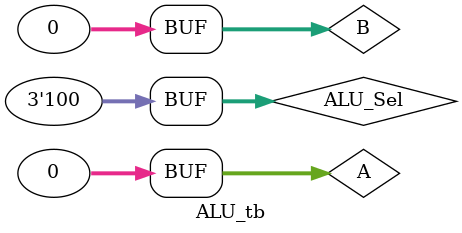
<source format=v>
`timescale 1ns/1ns
module ALU (
    input [31:0] A,
    input [31:0] B,
    input [3:0] ALU_Sel,
    output reg [31:0] R,
    output reg ZF
);
    always @(*) begin
        case (ALU_Sel)
            3'b000: R = A & B;       
            3'b001: R = A | B;      
            3'b010: R = A + B;       
            3'b011: R = A - B; 
            3'b100: R = (A < B) ? 32'b1 : 32'b0; // Comparación
            3'b101: R = ~(A | B);    // NOT
            default: R = 32'b0; 
        endcase
        
        ZF = (R == 32'b0); // Establecer ZF si el resultado es cero
    end
endmodule
`timescale 1ns/1ns
module ALU_tb();
    reg [31:0] A;
    reg [31:0] B;
    reg [2:0] ALU_Sel;
    wire [31:0] R;
    wire ZF;

    ALU alu_inst (
        .A(A),
        .B(B),
        .ALU_Sel(ALU_Sel),
        .R(R),
        .ZF(ZF)
    );

    initial begin
        A = 32'b00000000000000000000000000000001;
        B = 32'b00000000000000000000000000000001;

        ALU_Sel = 3'b010; // Suma
        #100;

        ALU_Sel = 3'b011; // Resta
        #100;

        ALU_Sel = 3'b000; // AND
        #100;

        ALU_Sel = 3'b001; // OR
        #100;

        ALU_Sel = 3'b100; // Comparación
        #100;

        ALU_Sel = 3'b101; // NOT
        #100;

        A = 32'b00000000000000000000000000000010;
        B = 32'b00000000000000000000000000000001;

        ALU_Sel = 3'b010; // Suma
        #100;

        ALU_Sel = 3'b011; // Resta
        #100;

        ALU_Sel = 3'b000; // AND
        #100;

        ALU_Sel = 3'b001; // OR
        #100;

        ALU_Sel = 3'b100; // Comparación
        #100;

        ALU_Sel = 3'b101; // NOT
        #100;

        A = 32'b00000000000000000000000000000000; // Prueba de cero
        B = 32'b00000000000000000000000000000000;

        ALU_Sel = 3'b010; // Suma
        #100;

        ALU_Sel = 3'b011; // Resta
        #100;

        ALU_Sel = 3'b100; // Comparación
        #100;
    end
endmodule


</source>
